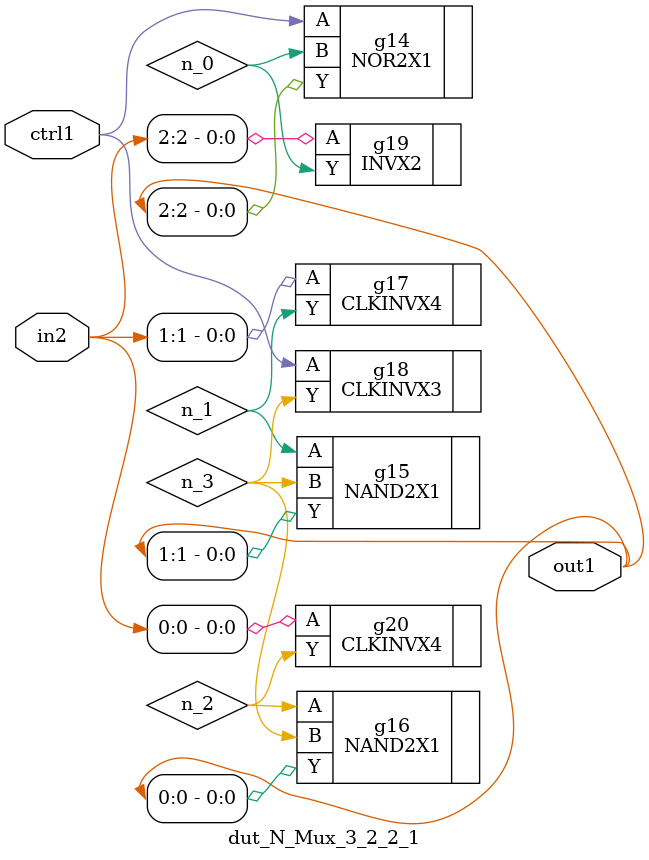
<source format=v>
`timescale 1ps / 1ps


module dut_N_Mux_3_2_2_1(in2, ctrl1, out1);
  input [2:0] in2;
  input ctrl1;
  output [2:0] out1;
  wire [2:0] in2;
  wire ctrl1;
  wire [2:0] out1;
  wire n_0, n_1, n_2, n_3;
  NOR2X1 g14(.A (ctrl1), .B (n_0), .Y (out1[2]));
  NAND2X1 g15(.A (n_1), .B (n_3), .Y (out1[1]));
  NAND2X1 g16(.A (n_2), .B (n_3), .Y (out1[0]));
  CLKINVX4 g20(.A (in2[0]), .Y (n_2));
  CLKINVX4 g17(.A (in2[1]), .Y (n_1));
  INVX2 g19(.A (in2[2]), .Y (n_0));
  CLKINVX3 g18(.A (ctrl1), .Y (n_3));
endmodule



</source>
